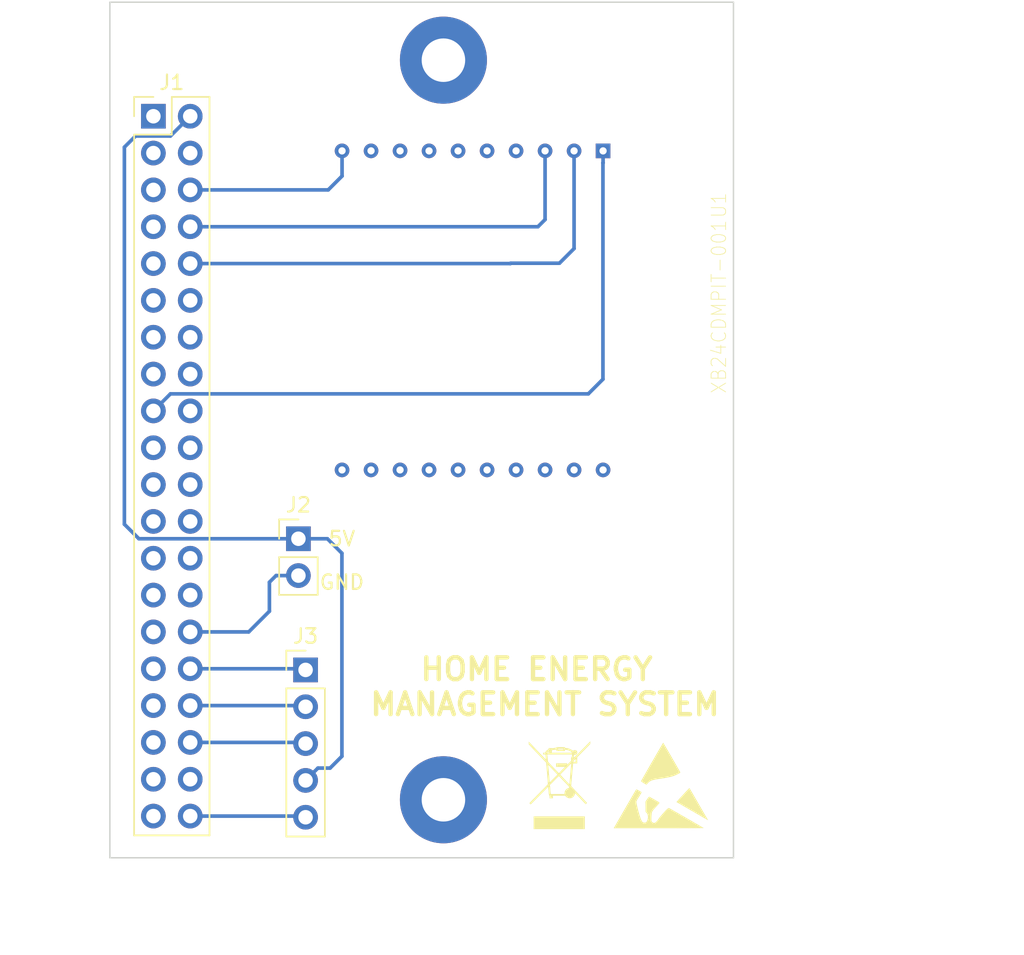
<source format=kicad_pcb>
(kicad_pcb (version 20171130) (host pcbnew "(5.0.1)-4")

  (general
    (thickness 1.6)
    (drawings 10)
    (tracks 43)
    (zones 0)
    (modules 8)
    (nets 57)
  )

  (page A4)
  (layers
    (0 F.Cu signal)
    (31 B.Cu signal)
    (32 B.Adhes user)
    (33 F.Adhes user)
    (34 B.Paste user)
    (35 F.Paste user)
    (36 B.SilkS user)
    (37 F.SilkS user)
    (38 B.Mask user)
    (39 F.Mask user)
    (40 Dwgs.User user)
    (41 Cmts.User user)
    (42 Eco1.User user)
    (43 Eco2.User user)
    (44 Edge.Cuts user)
    (45 Margin user)
    (46 B.CrtYd user)
    (47 F.CrtYd user)
    (48 B.Fab user)
    (49 F.Fab user)
  )

  (setup
    (last_trace_width 0.25)
    (trace_clearance 0.2)
    (zone_clearance 0.508)
    (zone_45_only no)
    (trace_min 0.2)
    (segment_width 0.2)
    (edge_width 0.1)
    (via_size 0.8)
    (via_drill 0.4)
    (via_min_size 0.4)
    (via_min_drill 0.3)
    (uvia_size 0.3)
    (uvia_drill 0.1)
    (uvias_allowed no)
    (uvia_min_size 0.2)
    (uvia_min_drill 0.1)
    (pcb_text_width 0.3)
    (pcb_text_size 1.5 1.5)
    (mod_edge_width 0.15)
    (mod_text_size 1 1)
    (mod_text_width 0.15)
    (pad_size 1.5 1.5)
    (pad_drill 0.6)
    (pad_to_mask_clearance 0)
    (solder_mask_min_width 0.25)
    (aux_axis_origin 0 0)
    (visible_elements 7FFFFFFF)
    (pcbplotparams
      (layerselection 0x010fc_ffffffff)
      (usegerberextensions false)
      (usegerberattributes false)
      (usegerberadvancedattributes false)
      (creategerberjobfile false)
      (excludeedgelayer true)
      (linewidth 0.100000)
      (plotframeref false)
      (viasonmask false)
      (mode 1)
      (useauxorigin false)
      (hpglpennumber 1)
      (hpglpenspeed 20)
      (hpglpendiameter 15.000000)
      (psnegative false)
      (psa4output false)
      (plotreference true)
      (plotvalue true)
      (plotinvisibletext false)
      (padsonsilk false)
      (subtractmaskfromsilk false)
      (outputformat 1)
      (mirror false)
      (drillshape 0)
      (scaleselection 1)
      (outputdirectory ""))
  )

  (net 0 "")
  (net 1 VCC)
  (net 2 5Vsupply)
  (net 3 "Net-(J1-Pad3)")
  (net 4 "Net-(J1-Pad4)")
  (net 5 "Net-(J1-Pad5)")
  (net 6 "Net-(J1-Pad7)")
  (net 7 X_DIN)
  (net 8 "Net-(J1-Pad9)")
  (net 9 X_DOUT)
  (net 10 "Net-(J1-Pad11)")
  (net 11 Therm_out)
  (net 12 "Net-(J1-Pad13)")
  (net 13 "Net-(J1-Pad14)")
  (net 14 "Net-(J1-Pad15)")
  (net 15 Therm_in_h)
  (net 16 Therm_in_c)
  (net 17 "Net-(J1-Pad19)")
  (net 18 "Net-(J1-Pad21)")
  (net 19 "Net-(J1-Pad22)")
  (net 20 "Net-(J1-Pad23)")
  (net 21 "Net-(J1-Pad24)")
  (net 22 "Net-(J1-Pad25)")
  (net 23 "Net-(J1-Pad26)")
  (net 24 "Net-(J1-Pad27)")
  (net 25 "Net-(J1-Pad28)")
  (net 26 "Net-(J1-Pad29)")
  (net 27 "Net-(J1-Pad31)")
  (net 28 "Net-(J1-Pad33)")
  (net 29 "Net-(J1-Pad35)")
  (net 30 "Net-(J1-Pad37)")
  (net 31 "Net-(J1-Pad38)")
  (net 32 GND)
  (net 33 "Net-(U1-Pad4)")
  (net 34 "Net-(U1-Pad5)")
  (net 35 "Net-(U1-Pad6)")
  (net 36 "Net-(U1-Pad7)")
  (net 37 "Net-(U1-Pad8)")
  (net 38 "Net-(U1-Pad9)")
  (net 39 "Net-(U1-Pad20)")
  (net 40 "Net-(U1-Pad19)")
  (net 41 "Net-(U1-Pad18)")
  (net 42 "Net-(U1-Pad17)")
  (net 43 "Net-(U1-Pad16)")
  (net 44 "Net-(U1-Pad15)")
  (net 45 "Net-(U1-Pad14)")
  (net 46 "Net-(U1-Pad13)")
  (net 47 "Net-(U1-Pad12)")
  (net 48 "Net-(U1-Pad11)")
  (net 49 "Net-(J1-Pad12)")
  (net 50 "Net-(J1-Pad16)")
  (net 51 "Net-(J1-Pad39)")
  (net 52 "Net-(J1-Pad18)")
  (net 53 "Net-(J1-Pad20)")
  (net 54 GND3)
  (net 55 GND2)
  (net 56 "Net-(J1-Pad1)")

  (net_class Default "This is the default net class."
    (clearance 0.2)
    (trace_width 0.25)
    (via_dia 0.8)
    (via_drill 0.4)
    (uvia_dia 0.3)
    (uvia_drill 0.1)
    (add_net 5Vsupply)
    (add_net GND)
    (add_net GND2)
    (add_net GND3)
    (add_net "Net-(J1-Pad1)")
    (add_net "Net-(J1-Pad11)")
    (add_net "Net-(J1-Pad12)")
    (add_net "Net-(J1-Pad13)")
    (add_net "Net-(J1-Pad14)")
    (add_net "Net-(J1-Pad15)")
    (add_net "Net-(J1-Pad16)")
    (add_net "Net-(J1-Pad18)")
    (add_net "Net-(J1-Pad19)")
    (add_net "Net-(J1-Pad20)")
    (add_net "Net-(J1-Pad21)")
    (add_net "Net-(J1-Pad22)")
    (add_net "Net-(J1-Pad23)")
    (add_net "Net-(J1-Pad24)")
    (add_net "Net-(J1-Pad25)")
    (add_net "Net-(J1-Pad26)")
    (add_net "Net-(J1-Pad27)")
    (add_net "Net-(J1-Pad28)")
    (add_net "Net-(J1-Pad29)")
    (add_net "Net-(J1-Pad3)")
    (add_net "Net-(J1-Pad31)")
    (add_net "Net-(J1-Pad33)")
    (add_net "Net-(J1-Pad35)")
    (add_net "Net-(J1-Pad37)")
    (add_net "Net-(J1-Pad38)")
    (add_net "Net-(J1-Pad39)")
    (add_net "Net-(J1-Pad4)")
    (add_net "Net-(J1-Pad5)")
    (add_net "Net-(J1-Pad7)")
    (add_net "Net-(J1-Pad9)")
    (add_net "Net-(U1-Pad11)")
    (add_net "Net-(U1-Pad12)")
    (add_net "Net-(U1-Pad13)")
    (add_net "Net-(U1-Pad14)")
    (add_net "Net-(U1-Pad15)")
    (add_net "Net-(U1-Pad16)")
    (add_net "Net-(U1-Pad17)")
    (add_net "Net-(U1-Pad18)")
    (add_net "Net-(U1-Pad19)")
    (add_net "Net-(U1-Pad20)")
    (add_net "Net-(U1-Pad4)")
    (add_net "Net-(U1-Pad5)")
    (add_net "Net-(U1-Pad6)")
    (add_net "Net-(U1-Pad7)")
    (add_net "Net-(U1-Pad8)")
    (add_net "Net-(U1-Pad9)")
    (add_net Therm_in_c)
    (add_net Therm_in_h)
    (add_net Therm_out)
    (add_net VCC)
    (add_net X_DIN)
    (add_net X_DOUT)
  )

  (module XB24CDMPIT-001:DIP-20 (layer F.Cu) (tedit 0) (tstamp 5C522E13)
    (at 145 69 270)
    (descr "Xbee Zb (Zigbee Pro Feature Set), 1mw, Wire Antenna, 250000")
    (path /5C50AEE8)
    (fp_text reference U1 (at 5 -34 270) (layer F.SilkS)
      (effects (font (size 1 0.9) (thickness 0.05)))
    )
    (fp_text value XB24CDMPIT-001 (at 12 -34 90) (layer F.SilkS)
      (effects (font (size 1 0.9) (thickness 0.05)))
    )
    (fp_line (start 7.593 -32.941) (end 0.002 -26.41) (layer Dwgs.User) (width 0.1))
    (fp_line (start 0.002 -26.41) (end 0.002 -0.001) (layer Dwgs.User) (width 0.1))
    (fp_line (start 0.002 -0.001) (end 24.381 -0.001) (layer Dwgs.User) (width 0.1))
    (fp_line (start 24.381 -0.001) (end 24.381 -26.411) (layer Dwgs.User) (width 0.1))
    (fp_line (start 24.381 -26.411) (end 16.791 -32.941) (layer Dwgs.User) (width 0.1))
    (fp_line (start 16.791 -32.941) (end 7.593 -32.941) (layer Dwgs.User) (width 0.1))
    (fp_text user XBee (at 6.00698 -17.22 270) (layer Edge.Cuts)
      (effects (font (size 1 1) (thickness 0.05)))
    )
    (fp_line (start 5.4 -20.8) (end 18.9 -20.8) (layer Dwgs.User) (width 0.1))
    (fp_line (start 5.4 -15.7) (end 18.9 -15.7) (layer Dwgs.User) (width 0.1))
    (pad 1 thru_hole rect (at 1.254 -26.009 270) (size 1.008 1.008) (drill 0.5) (layers *.Cu *.Mask)
      (net 1 VCC))
    (pad 2 thru_hole circle (at 1.254 -24.009 270) (size 1.008 1.008) (drill 0.5) (layers *.Cu *.Mask)
      (net 9 X_DOUT))
    (pad 3 thru_hole circle (at 1.254 -22.009 270) (size 1.008 1.008) (drill 0.5) (layers *.Cu *.Mask)
      (net 7 X_DIN))
    (pad 4 thru_hole circle (at 1.254 -20.009 270) (size 1.008 1.008) (drill 0.5) (layers *.Cu *.Mask)
      (net 33 "Net-(U1-Pad4)"))
    (pad 5 thru_hole circle (at 1.254 -18.009 270) (size 1.008 1.008) (drill 0.5) (layers *.Cu *.Mask)
      (net 34 "Net-(U1-Pad5)"))
    (pad 6 thru_hole circle (at 1.254 -16.009 270) (size 1.008 1.008) (drill 0.5) (layers *.Cu *.Mask)
      (net 35 "Net-(U1-Pad6)"))
    (pad 7 thru_hole circle (at 1.254 -14.009 270) (size 1.008 1.008) (drill 0.5) (layers *.Cu *.Mask)
      (net 36 "Net-(U1-Pad7)"))
    (pad 8 thru_hole circle (at 1.254 -12.009 270) (size 1.008 1.008) (drill 0.5) (layers *.Cu *.Mask)
      (net 37 "Net-(U1-Pad8)"))
    (pad 9 thru_hole circle (at 1.254 -10.009 270) (size 1.008 1.008) (drill 0.5) (layers *.Cu *.Mask)
      (net 38 "Net-(U1-Pad9)"))
    (pad 10 thru_hole circle (at 1.254 -8.009 270) (size 1.008 1.008) (drill 0.5) (layers *.Cu *.Mask)
      (net 32 GND))
    (pad 20 thru_hole circle (at 23.254 -26.009 270) (size 1.008 1.008) (drill 0.5) (layers *.Cu *.Mask)
      (net 39 "Net-(U1-Pad20)"))
    (pad 19 thru_hole circle (at 23.254 -24.009 270) (size 1.008 1.008) (drill 0.5) (layers *.Cu *.Mask)
      (net 40 "Net-(U1-Pad19)"))
    (pad 18 thru_hole circle (at 23.254 -22.009 270) (size 1.008 1.008) (drill 0.5) (layers *.Cu *.Mask)
      (net 41 "Net-(U1-Pad18)"))
    (pad 17 thru_hole circle (at 23.254 -20.009 270) (size 1.008 1.008) (drill 0.5) (layers *.Cu *.Mask)
      (net 42 "Net-(U1-Pad17)"))
    (pad 16 thru_hole circle (at 23.254 -18.009 270) (size 1.008 1.008) (drill 0.5) (layers *.Cu *.Mask)
      (net 43 "Net-(U1-Pad16)"))
    (pad 15 thru_hole circle (at 23.254 -16.009 270) (size 1.008 1.008) (drill 0.5) (layers *.Cu *.Mask)
      (net 44 "Net-(U1-Pad15)"))
    (pad 14 thru_hole circle (at 23.254 -14.009 270) (size 1.008 1.008) (drill 0.5) (layers *.Cu *.Mask)
      (net 45 "Net-(U1-Pad14)"))
    (pad 13 thru_hole circle (at 23.254 -12.009 270) (size 1.008 1.008) (drill 0.5) (layers *.Cu *.Mask)
      (net 46 "Net-(U1-Pad13)"))
    (pad 12 thru_hole circle (at 23.254 -10.009 270) (size 1.008 1.008) (drill 0.5) (layers *.Cu *.Mask)
      (net 47 "Net-(U1-Pad12)"))
    (pad 11 thru_hole circle (at 23.254 -8.009 270) (size 1.008 1.008) (drill 0.5) (layers *.Cu *.Mask)
      (net 48 "Net-(U1-Pad11)"))
  )

  (module Connector_PinHeader_2.54mm:PinHeader_2x20_P2.54mm_Vertical (layer F.Cu) (tedit 5C524F15) (tstamp 5C522DC3)
    (at 140 67.865001)
    (descr "Through hole straight pin header, 2x20, 2.54mm pitch, double rows")
    (tags "Through hole pin header THT 2x20 2.54mm double row")
    (path /5C4EF2A8)
    (fp_text reference J1 (at 1.27 -2.33) (layer F.SilkS)
      (effects (font (size 1 1) (thickness 0.15)))
    )
    (fp_text value Conn_02x20_Odd_Even (at -2 50.134999) (layer F.Fab)
      (effects (font (size 1 1) (thickness 0.15)))
    )
    (fp_line (start 0 -1.27) (end 3.81 -1.27) (layer F.Fab) (width 0.1))
    (fp_line (start 3.81 -1.27) (end 3.81 49.53) (layer F.Fab) (width 0.1))
    (fp_line (start 3.81 49.53) (end -1.27 49.53) (layer F.Fab) (width 0.1))
    (fp_line (start -1.27 49.53) (end -1.27 0) (layer F.Fab) (width 0.1))
    (fp_line (start -1.27 0) (end 0 -1.27) (layer F.Fab) (width 0.1))
    (fp_line (start -1.33 49.59) (end 3.87 49.59) (layer F.SilkS) (width 0.12))
    (fp_line (start -1.33 1.27) (end -1.33 49.59) (layer F.SilkS) (width 0.12))
    (fp_line (start 3.87 -1.33) (end 3.87 49.59) (layer F.SilkS) (width 0.12))
    (fp_line (start -1.33 1.27) (end 1.27 1.27) (layer F.SilkS) (width 0.12))
    (fp_line (start 1.27 1.27) (end 1.27 -1.33) (layer F.SilkS) (width 0.12))
    (fp_line (start 1.27 -1.33) (end 3.87 -1.33) (layer F.SilkS) (width 0.12))
    (fp_line (start -1.33 0) (end -1.33 -1.33) (layer F.SilkS) (width 0.12))
    (fp_line (start -1.33 -1.33) (end 0 -1.33) (layer F.SilkS) (width 0.12))
    (fp_line (start -1.8 -1.8) (end -1.8 50.05) (layer F.CrtYd) (width 0.05))
    (fp_line (start -1.8 50.05) (end 4.35 50.05) (layer F.CrtYd) (width 0.05))
    (fp_line (start 4.35 50.05) (end 4.35 -1.8) (layer F.CrtYd) (width 0.05))
    (fp_line (start 4.35 -1.8) (end -1.8 -1.8) (layer F.CrtYd) (width 0.05))
    (fp_text user %R (at 1.27 24.13 90) (layer F.Fab)
      (effects (font (size 1 1) (thickness 0.15)))
    )
    (pad 1 thru_hole rect (at 0 0) (size 1.7 1.7) (drill 1) (layers *.Cu *.Mask)
      (net 56 "Net-(J1-Pad1)"))
    (pad 2 thru_hole oval (at 2.54 0) (size 1.7 1.7) (drill 1) (layers *.Cu *.Mask)
      (net 2 5Vsupply))
    (pad 3 thru_hole oval (at 0 2.54) (size 1.7 1.7) (drill 1) (layers *.Cu *.Mask)
      (net 3 "Net-(J1-Pad3)"))
    (pad 4 thru_hole oval (at 2.54 2.54) (size 1.7 1.7) (drill 1) (layers *.Cu *.Mask)
      (net 4 "Net-(J1-Pad4)"))
    (pad 5 thru_hole oval (at 0 5.08) (size 1.7 1.7) (drill 1) (layers *.Cu *.Mask)
      (net 5 "Net-(J1-Pad5)"))
    (pad 6 thru_hole oval (at 2.54 5.08) (size 1.7 1.7) (drill 1) (layers *.Cu *.Mask)
      (net 32 GND))
    (pad 7 thru_hole oval (at 0 7.62) (size 1.7 1.7) (drill 1) (layers *.Cu *.Mask)
      (net 6 "Net-(J1-Pad7)"))
    (pad 8 thru_hole oval (at 2.54 7.62) (size 1.7 1.7) (drill 1) (layers *.Cu *.Mask)
      (net 7 X_DIN))
    (pad 9 thru_hole oval (at 0 10.16) (size 1.7 1.7) (drill 1) (layers *.Cu *.Mask)
      (net 8 "Net-(J1-Pad9)"))
    (pad 10 thru_hole oval (at 2.54 10.16) (size 1.7 1.7) (drill 1) (layers *.Cu *.Mask)
      (net 9 X_DOUT))
    (pad 11 thru_hole oval (at 0 12.7) (size 1.7 1.7) (drill 1) (layers *.Cu *.Mask)
      (net 10 "Net-(J1-Pad11)"))
    (pad 12 thru_hole oval (at 2.54 12.7) (size 1.7 1.7) (drill 1) (layers *.Cu *.Mask)
      (net 49 "Net-(J1-Pad12)"))
    (pad 13 thru_hole oval (at 0 15.24) (size 1.7 1.7) (drill 1) (layers *.Cu *.Mask)
      (net 12 "Net-(J1-Pad13)"))
    (pad 14 thru_hole oval (at 2.54 15.24) (size 1.7 1.7) (drill 1) (layers *.Cu *.Mask)
      (net 13 "Net-(J1-Pad14)"))
    (pad 15 thru_hole oval (at 0 17.78) (size 1.7 1.7) (drill 1) (layers *.Cu *.Mask)
      (net 14 "Net-(J1-Pad15)"))
    (pad 16 thru_hole oval (at 2.54 17.78) (size 1.7 1.7) (drill 1) (layers *.Cu *.Mask)
      (net 50 "Net-(J1-Pad16)"))
    (pad 17 thru_hole oval (at 0 20.32) (size 1.7 1.7) (drill 1) (layers *.Cu *.Mask)
      (net 1 VCC))
    (pad 18 thru_hole oval (at 2.54 20.32) (size 1.7 1.7) (drill 1) (layers *.Cu *.Mask)
      (net 52 "Net-(J1-Pad18)"))
    (pad 19 thru_hole oval (at 0 22.86) (size 1.7 1.7) (drill 1) (layers *.Cu *.Mask)
      (net 17 "Net-(J1-Pad19)"))
    (pad 20 thru_hole oval (at 2.54 22.86) (size 1.7 1.7) (drill 1) (layers *.Cu *.Mask)
      (net 53 "Net-(J1-Pad20)"))
    (pad 21 thru_hole oval (at 0 25.4) (size 1.7 1.7) (drill 1) (layers *.Cu *.Mask)
      (net 18 "Net-(J1-Pad21)"))
    (pad 22 thru_hole oval (at 2.54 25.4) (size 1.7 1.7) (drill 1) (layers *.Cu *.Mask)
      (net 19 "Net-(J1-Pad22)"))
    (pad 23 thru_hole oval (at 0 27.94) (size 1.7 1.7) (drill 1) (layers *.Cu *.Mask)
      (net 20 "Net-(J1-Pad23)"))
    (pad 24 thru_hole oval (at 2.54 27.94) (size 1.7 1.7) (drill 1) (layers *.Cu *.Mask)
      (net 21 "Net-(J1-Pad24)"))
    (pad 25 thru_hole oval (at 0 30.48) (size 1.7 1.7) (drill 1) (layers *.Cu *.Mask)
      (net 22 "Net-(J1-Pad25)"))
    (pad 26 thru_hole oval (at 2.54 30.48) (size 1.7 1.7) (drill 1) (layers *.Cu *.Mask)
      (net 23 "Net-(J1-Pad26)"))
    (pad 27 thru_hole oval (at 0 33.02) (size 1.7 1.7) (drill 1) (layers *.Cu *.Mask)
      (net 24 "Net-(J1-Pad27)"))
    (pad 28 thru_hole oval (at 2.54 33.02) (size 1.7 1.7) (drill 1) (layers *.Cu *.Mask)
      (net 25 "Net-(J1-Pad28)"))
    (pad 29 thru_hole oval (at 0 35.56) (size 1.7 1.7) (drill 1) (layers *.Cu *.Mask)
      (net 26 "Net-(J1-Pad29)"))
    (pad 30 thru_hole oval (at 2.54 35.56) (size 1.7 1.7) (drill 1) (layers *.Cu *.Mask)
      (net 54 GND3))
    (pad 31 thru_hole oval (at 0 38.1) (size 1.7 1.7) (drill 1) (layers *.Cu *.Mask)
      (net 27 "Net-(J1-Pad31)"))
    (pad 32 thru_hole oval (at 2.54 38.1) (size 1.7 1.7) (drill 1) (layers *.Cu *.Mask)
      (net 15 Therm_in_h))
    (pad 33 thru_hole oval (at 0 40.64) (size 1.7 1.7) (drill 1) (layers *.Cu *.Mask)
      (net 28 "Net-(J1-Pad33)"))
    (pad 34 thru_hole oval (at 2.54 40.64) (size 1.7 1.7) (drill 1) (layers *.Cu *.Mask)
      (net 55 GND2))
    (pad 35 thru_hole oval (at 0 43.18) (size 1.7 1.7) (drill 1) (layers *.Cu *.Mask)
      (net 29 "Net-(J1-Pad35)"))
    (pad 36 thru_hole oval (at 2.54 43.18) (size 1.7 1.7) (drill 1) (layers *.Cu *.Mask)
      (net 16 Therm_in_c))
    (pad 37 thru_hole oval (at 0 45.72) (size 1.7 1.7) (drill 1) (layers *.Cu *.Mask)
      (net 30 "Net-(J1-Pad37)"))
    (pad 38 thru_hole oval (at 2.54 45.72) (size 1.7 1.7) (drill 1) (layers *.Cu *.Mask)
      (net 31 "Net-(J1-Pad38)"))
    (pad 39 thru_hole oval (at 0 48.26) (size 1.7 1.7) (drill 1) (layers *.Cu *.Mask)
      (net 51 "Net-(J1-Pad39)"))
    (pad 40 thru_hole oval (at 2.54 48.26) (size 1.7 1.7) (drill 1) (layers *.Cu *.Mask)
      (net 11 Therm_out))
    (model ${KISYS3DMOD}/Connector_PinHeader_2.54mm.3dshapes/PinHeader_2x20_P2.54mm_Vertical.wrl
      (at (xyz 0 0 0))
      (scale (xyz 1 1 1))
      (rotate (xyz 0 0 0))
    )
  )

  (module Connector_PinHeader_2.54mm:PinHeader_1x02_P2.54mm_Vertical (layer F.Cu) (tedit 59FED5CC) (tstamp 5C522DD9)
    (at 150 97)
    (descr "Through hole straight pin header, 1x02, 2.54mm pitch, single row")
    (tags "Through hole pin header THT 1x02 2.54mm single row")
    (path /5C50A7E1)
    (fp_text reference J2 (at 0 -2.33) (layer F.SilkS)
      (effects (font (size 1 1) (thickness 0.15)))
    )
    (fp_text value Conn_01x02_Male (at 0 4.87) (layer F.Fab)
      (effects (font (size 1 1) (thickness 0.15)))
    )
    (fp_text user %R (at 0 1.27 -270) (layer F.Fab)
      (effects (font (size 1 1) (thickness 0.15)))
    )
    (fp_line (start 1.8 -1.8) (end -1.8 -1.8) (layer F.CrtYd) (width 0.05))
    (fp_line (start 1.8 4.35) (end 1.8 -1.8) (layer F.CrtYd) (width 0.05))
    (fp_line (start -1.8 4.35) (end 1.8 4.35) (layer F.CrtYd) (width 0.05))
    (fp_line (start -1.8 -1.8) (end -1.8 4.35) (layer F.CrtYd) (width 0.05))
    (fp_line (start -1.33 -1.33) (end 0 -1.33) (layer F.SilkS) (width 0.12))
    (fp_line (start -1.33 0) (end -1.33 -1.33) (layer F.SilkS) (width 0.12))
    (fp_line (start -1.33 1.27) (end 1.33 1.27) (layer F.SilkS) (width 0.12))
    (fp_line (start 1.33 1.27) (end 1.33 3.87) (layer F.SilkS) (width 0.12))
    (fp_line (start -1.33 1.27) (end -1.33 3.87) (layer F.SilkS) (width 0.12))
    (fp_line (start -1.33 3.87) (end 1.33 3.87) (layer F.SilkS) (width 0.12))
    (fp_line (start -1.27 -0.635) (end -0.635 -1.27) (layer F.Fab) (width 0.1))
    (fp_line (start -1.27 3.81) (end -1.27 -0.635) (layer F.Fab) (width 0.1))
    (fp_line (start 1.27 3.81) (end -1.27 3.81) (layer F.Fab) (width 0.1))
    (fp_line (start 1.27 -1.27) (end 1.27 3.81) (layer F.Fab) (width 0.1))
    (fp_line (start -0.635 -1.27) (end 1.27 -1.27) (layer F.Fab) (width 0.1))
    (pad 2 thru_hole oval (at 0 2.54) (size 1.7 1.7) (drill 1) (layers *.Cu *.Mask)
      (net 54 GND3))
    (pad 1 thru_hole rect (at 0 0) (size 1.7 1.7) (drill 1) (layers *.Cu *.Mask)
      (net 2 5Vsupply))
    (model ${KISYS3DMOD}/Connector_PinHeader_2.54mm.3dshapes/PinHeader_1x02_P2.54mm_Vertical.wrl
      (at (xyz 0 0 0))
      (scale (xyz 1 1 1))
      (rotate (xyz 0 0 0))
    )
  )

  (module Connector_PinHeader_2.54mm:PinHeader_1x05_P2.54mm_Vertical (layer F.Cu) (tedit 59FED5CC) (tstamp 5C522DF2)
    (at 150.495 106.045)
    (descr "Through hole straight pin header, 1x05, 2.54mm pitch, single row")
    (tags "Through hole pin header THT 1x05 2.54mm single row")
    (path /5C4EF7D1)
    (fp_text reference J3 (at 0 -2.33) (layer F.SilkS)
      (effects (font (size 1 1) (thickness 0.15)))
    )
    (fp_text value Conn_01x05_Male (at 0 12.49) (layer F.Fab)
      (effects (font (size 1 1) (thickness 0.15)))
    )
    (fp_line (start -0.635 -1.27) (end 1.27 -1.27) (layer F.Fab) (width 0.1))
    (fp_line (start 1.27 -1.27) (end 1.27 11.43) (layer F.Fab) (width 0.1))
    (fp_line (start 1.27 11.43) (end -1.27 11.43) (layer F.Fab) (width 0.1))
    (fp_line (start -1.27 11.43) (end -1.27 -0.635) (layer F.Fab) (width 0.1))
    (fp_line (start -1.27 -0.635) (end -0.635 -1.27) (layer F.Fab) (width 0.1))
    (fp_line (start -1.33 11.49) (end 1.33 11.49) (layer F.SilkS) (width 0.12))
    (fp_line (start -1.33 1.27) (end -1.33 11.49) (layer F.SilkS) (width 0.12))
    (fp_line (start 1.33 1.27) (end 1.33 11.49) (layer F.SilkS) (width 0.12))
    (fp_line (start -1.33 1.27) (end 1.33 1.27) (layer F.SilkS) (width 0.12))
    (fp_line (start -1.33 0) (end -1.33 -1.33) (layer F.SilkS) (width 0.12))
    (fp_line (start -1.33 -1.33) (end 0 -1.33) (layer F.SilkS) (width 0.12))
    (fp_line (start -1.8 -1.8) (end -1.8 11.95) (layer F.CrtYd) (width 0.05))
    (fp_line (start -1.8 11.95) (end 1.8 11.95) (layer F.CrtYd) (width 0.05))
    (fp_line (start 1.8 11.95) (end 1.8 -1.8) (layer F.CrtYd) (width 0.05))
    (fp_line (start 1.8 -1.8) (end -1.8 -1.8) (layer F.CrtYd) (width 0.05))
    (fp_text user %R (at 0 5.08 90) (layer F.Fab)
      (effects (font (size 1 1) (thickness 0.15)))
    )
    (pad 1 thru_hole rect (at 0 0) (size 1.7 1.7) (drill 1) (layers *.Cu *.Mask)
      (net 15 Therm_in_h))
    (pad 2 thru_hole oval (at 0 2.54) (size 1.7 1.7) (drill 1) (layers *.Cu *.Mask)
      (net 55 GND2))
    (pad 3 thru_hole oval (at 0 5.08) (size 1.7 1.7) (drill 1) (layers *.Cu *.Mask)
      (net 16 Therm_in_c))
    (pad 4 thru_hole oval (at 0 7.62) (size 1.7 1.7) (drill 1) (layers *.Cu *.Mask)
      (net 2 5Vsupply))
    (pad 5 thru_hole oval (at 0 10.16) (size 1.7 1.7) (drill 1) (layers *.Cu *.Mask)
      (net 11 Therm_out))
    (model ${KISYS3DMOD}/Connector_PinHeader_2.54mm.3dshapes/PinHeader_1x05_P2.54mm_Vertical.wrl
      (at (xyz 0 0 0))
      (scale (xyz 1 1 1))
      (rotate (xyz 0 0 0))
    )
  )

  (module MountingHole:MountingHole_3mm_Pad (layer F.Cu) (tedit 5C706576) (tstamp 5C705229)
    (at 160 115)
    (descr "Mounting Hole 3mm")
    (tags "mounting hole 3mm")
    (attr virtual)
    (fp_text reference "" (at 0 -4) (layer F.SilkS)
      (effects (font (size 1 1) (thickness 0.15)))
    )
    (fp_text value MountingHole_3mm_Pad (at 0 4) (layer F.Fab)
      (effects (font (size 1 1) (thickness 0.15)))
    )
    (fp_circle (center 0 0) (end 3.25 0) (layer F.CrtYd) (width 0.05))
    (fp_circle (center 0 0) (end 3 0) (layer Cmts.User) (width 0.15))
    (fp_text user %R (at 0.3 0) (layer F.Fab)
      (effects (font (size 1 1) (thickness 0.15)))
    )
    (pad 1 thru_hole circle (at 0 0) (size 6 6) (drill 3) (layers *.Cu *.Mask))
  )

  (module MountingHole:MountingHole_3mm_Pad (layer F.Cu) (tedit 5C7AD2E2) (tstamp 5C70545D)
    (at 160 64)
    (descr "Mounting Hole 3mm")
    (tags "mounting hole 3mm")
    (attr virtual)
    (fp_text reference REF** (at 0 -4) (layer F.SilkS) hide
      (effects (font (size 1 1) (thickness 0.15)))
    )
    (fp_text value MountingHole_3mm_Pad (at 0 4) (layer F.Fab)
      (effects (font (size 1 1) (thickness 0.15)))
    )
    (fp_circle (center 0 0) (end 3.25 0) (layer F.CrtYd) (width 0.05))
    (fp_circle (center 0 0) (end 3 0) (layer Cmts.User) (width 0.15))
    (fp_text user %R (at 0.3 0) (layer F.Fab)
      (effects (font (size 1 1) (thickness 0.15)))
    )
    (pad 1 thru_hole circle (at 0 0) (size 6 6) (drill 3) (layers *.Cu *.Mask))
  )

  (module Symbol:ESD-Logo_6.6x6mm_SilkScreen (layer F.Cu) (tedit 0) (tstamp 5C775F39)
    (at 175 114)
    (descr "Electrostatic discharge Logo")
    (tags "Logo ESD")
    (attr virtual)
    (fp_text reference REF** (at 0 0) (layer F.SilkS) hide
      (effects (font (size 1 1) (thickness 0.15)))
    )
    (fp_text value ESD-Logo_6.6x6mm_SilkScreen (at 0.75 0) (layer F.Fab) hide
      (effects (font (size 1 1) (thickness 0.15)))
    )
    (fp_poly (pts (xy 0.164043 -2.914165) (xy 0.187065 -2.876755) (xy 0.222534 -2.817486) (xy 0.268996 -2.738882)
      (xy 0.324996 -2.643462) (xy 0.389081 -2.53375) (xy 0.459796 -2.412266) (xy 0.535687 -2.281532)
      (xy 0.615299 -2.14407) (xy 0.697178 -2.002402) (xy 0.77987 -1.859049) (xy 0.861921 -1.716533)
      (xy 0.941876 -1.577376) (xy 1.018281 -1.444099) (xy 1.089682 -1.319224) (xy 1.154624 -1.205273)
      (xy 1.211653 -1.104767) (xy 1.259315 -1.020228) (xy 1.296155 -0.954178) (xy 1.32072 -0.909138)
      (xy 1.331554 -0.88763) (xy 1.331951 -0.886286) (xy 1.318501 -0.868035) (xy 1.281114 -0.840118)
      (xy 1.224235 -0.805275) (xy 1.152312 -0.766246) (xy 1.077015 -0.729157) (xy 0.97456 -0.684183)
      (xy 0.866817 -0.643774) (xy 0.750073 -0.607031) (xy 0.620618 -0.573058) (xy 0.47474 -0.540956)
      (xy 0.308726 -0.509827) (xy 0.118866 -0.478773) (xy -0.077531 -0.449855) (xy -0.248166 -0.4242)
      (xy -0.391455 -0.398802) (xy -0.510992 -0.372398) (xy -0.61037 -0.343727) (xy -0.693182 -0.311527)
      (xy -0.763022 -0.274535) (xy -0.823482 -0.231488) (xy -0.878155 -0.181125) (xy -0.895786 -0.162417)
      (xy -0.934 -0.118861) (xy -0.962268 -0.083318) (xy -0.975382 -0.062417) (xy -0.975732 -0.060703)
      (xy -0.98032 -0.050194) (xy -0.996242 -0.050076) (xy -1.026734 -0.061746) (xy -1.075032 -0.086604)
      (xy -1.144373 -0.126048) (xy -1.192561 -0.154413) (xy -1.264417 -0.198753) (xy -1.320258 -0.236721)
      (xy -1.356333 -0.265584) (xy -1.368887 -0.282612) (xy -1.368879 -0.282736) (xy -1.361094 -0.298963)
      (xy -1.339108 -0.3396) (xy -1.304197 -0.402433) (xy -1.257637 -0.485248) (xy -1.200705 -0.585828)
      (xy -1.134677 -0.70196) (xy -1.060828 -0.831429) (xy -0.980436 -0.97202) (xy -0.894776 -1.121518)
      (xy -0.805124 -1.277708) (xy -0.712757 -1.438376) (xy -0.618951 -1.601307) (xy -0.524982 -1.764287)
      (xy -0.432126 -1.9251) (xy -0.34166 -2.081532) (xy -0.254859 -2.231367) (xy -0.173 -2.372392)
      (xy -0.097359 -2.502391) (xy -0.029213 -2.619151) (xy 0.030163 -2.720455) (xy 0.079493 -2.804089)
      (xy 0.1175 -2.867838) (xy 0.142907 -2.909489) (xy 0.15444 -2.926825) (xy 0.154923 -2.927195)
      (xy 0.164043 -2.914165)) (layer F.SilkS) (width 0.01))
    (fp_poly (pts (xy 1.987528 0.234619) (xy 1.998908 0.253693) (xy 2.024488 0.297421) (xy 2.063002 0.363619)
      (xy 2.113186 0.450102) (xy 2.173775 0.554685) (xy 2.243503 0.675183) (xy 2.321107 0.809412)
      (xy 2.40532 0.955187) (xy 2.494879 1.110323) (xy 2.586998 1.27) (xy 2.681076 1.433117)
      (xy 2.771402 1.589709) (xy 2.856665 1.737506) (xy 2.935557 1.87424) (xy 3.006769 1.997642)
      (xy 3.068991 2.105444) (xy 3.120913 2.195377) (xy 3.161228 2.265173) (xy 3.188624 2.312564)
      (xy 3.201507 2.334786) (xy 3.222507 2.37233) (xy 3.233925 2.395831) (xy 3.234551 2.39992)
      (xy 3.220636 2.392242) (xy 3.181941 2.370203) (xy 3.120487 2.334971) (xy 3.038298 2.287711)
      (xy 2.937396 2.229589) (xy 2.819805 2.161771) (xy 2.687546 2.085424) (xy 2.542642 2.001714)
      (xy 2.387117 1.911806) (xy 2.222992 1.816867) (xy 2.160549 1.780732) (xy 1.993487 1.684083)
      (xy 1.834074 1.591938) (xy 1.684355 1.505475) (xy 1.546376 1.425871) (xy 1.422185 1.354305)
      (xy 1.313827 1.291955) (xy 1.223348 1.239998) (xy 1.152796 1.199613) (xy 1.104215 1.171978)
      (xy 1.079654 1.158272) (xy 1.077085 1.156974) (xy 1.084569 1.14522) (xy 1.110614 1.113795)
      (xy 1.152559 1.065594) (xy 1.207746 1.00351) (xy 1.273517 0.930439) (xy 1.347212 0.849276)
      (xy 1.426173 0.762916) (xy 1.50774 0.674253) (xy 1.589254 0.586182) (xy 1.668057 0.501599)
      (xy 1.74149 0.423397) (xy 1.806893 0.354472) (xy 1.861608 0.297719) (xy 1.902977 0.256032)
      (xy 1.917164 0.242363) (xy 1.96418 0.198201) (xy 1.987528 0.234619)) (layer F.SilkS) (width 0.01))
    (fp_poly (pts (xy -1.677906 0.291158) (xy -1.645381 0.303736) (xy -1.595807 0.328712) (xy -1.524626 0.367876)
      (xy -1.519084 0.370988) (xy -1.453526 0.408476) (xy -1.398202 0.441319) (xy -1.358545 0.466205)
      (xy -1.339988 0.47982) (xy -1.339469 0.480487) (xy -1.343952 0.49939) (xy -1.364514 0.541605)
      (xy -1.399817 0.604832) (xy -1.44852 0.686772) (xy -1.509282 0.785122) (xy -1.580764 0.897585)
      (xy -1.598555 0.925165) (xy -1.644907 1.001699) (xy -1.678658 1.067556) (xy -1.696847 1.116782)
      (xy -1.698714 1.126507) (xy -1.697885 1.169312) (xy -1.688606 1.237209) (xy -1.672032 1.325843)
      (xy -1.64932 1.430859) (xy -1.621627 1.547902) (xy -1.59011 1.672616) (xy -1.555925 1.800645)
      (xy -1.520229 1.927634) (xy -1.484179 2.049228) (xy -1.448932 2.161072) (xy -1.415644 2.25881)
      (xy -1.385472 2.338087) (xy -1.364439 2.385122) (xy -1.339663 2.435225) (xy -1.31627 2.483168)
      (xy -1.315003 2.485793) (xy -1.276301 2.53422) (xy -1.219816 2.566828) (xy -1.154061 2.582454)
      (xy -1.087549 2.579937) (xy -1.028795 2.558114) (xy -0.995742 2.529382) (xy -0.948141 2.450583)
      (xy -0.913261 2.352378) (xy -0.894123 2.244779) (xy -0.891412 2.18378) (xy -0.90233 2.069935)
      (xy -0.934376 1.97566) (xy -0.989274 1.896379) (xy -1.006393 1.878733) (xy -1.057339 1.829235)
      (xy -1.060837 1.479362) (xy -1.064336 1.129489) (xy -0.975182 0.994531) (xy -0.933346 0.933445)
      (xy -0.893055 0.878493) (xy -0.860057 0.837336) (xy -0.845874 0.822192) (xy -0.805719 0.78481)
      (xy -0.751335 0.814098) (xy -0.716961 0.835084) (xy -0.698154 0.851378) (xy -0.696951 0.854307)
      (xy -0.684097 0.866728) (xy -0.662104 0.875977) (xy -0.64085 0.884313) (xy -0.608306 0.900149)
      (xy -0.561678 0.925033) (xy -0.498171 0.960509) (xy -0.414992 1.008123) (xy -0.309347 1.069422)
      (xy -0.251938 1.102932) (xy -0.184406 1.143071) (xy -0.140115 1.171659) (xy -0.115145 1.192039)
      (xy -0.105577 1.207553) (xy -0.107492 1.221546) (xy -0.109089 1.224796) (xy -0.124624 1.245266)
      (xy -0.157864 1.283665) (xy -0.204938 1.335696) (xy -0.261972 1.397066) (xy -0.3113 1.44909)
      (xy -0.42497 1.572567) (xy -0.513895 1.679591) (xy -0.578866 1.77124) (xy -0.620679 1.848588)
      (xy -0.634783 1.887866) (xy -0.640608 1.922249) (xy -0.646625 1.980899) (xy -0.652304 2.057117)
      (xy -0.657116 2.144202) (xy -0.659381 2.199268) (xy -0.662541 2.294464) (xy -0.663931 2.364062)
      (xy -0.663142 2.413409) (xy -0.659765 2.447854) (xy -0.653392 2.472743) (xy -0.643613 2.493425)
      (xy -0.635933 2.506053) (xy -0.591579 2.554726) (xy -0.534426 2.588645) (xy -0.474292 2.603438)
      (xy -0.429227 2.598086) (xy -0.388424 2.57493) (xy -0.337276 2.533462) (xy -0.282958 2.480912)
      (xy -0.232643 2.424516) (xy -0.193506 2.371505) (xy -0.179095 2.345889) (xy -0.157509 2.310814)
      (xy -0.118247 2.257389) (xy -0.064898 2.189789) (xy -0.001048 2.11219) (xy 0.069715 2.028768)
      (xy 0.143804 1.943698) (xy 0.217632 1.861155) (xy 0.287611 1.785316) (xy 0.350155 1.720356)
      (xy 0.39926 1.672669) (xy 0.453779 1.625032) (xy 0.499642 1.589908) (xy 0.531811 1.570949)
      (xy 0.542489 1.568864) (xy 0.558853 1.577274) (xy 0.599671 1.599846) (xy 0.662586 1.635224)
      (xy 0.745244 1.682054) (xy 0.845289 1.738981) (xy 0.960366 1.804649) (xy 1.088119 1.877703)
      (xy 1.226194 1.956788) (xy 1.372234 2.040548) (xy 1.523884 2.127629) (xy 1.67879 2.216676)
      (xy 1.834595 2.306332) (xy 1.988944 2.395243) (xy 2.139482 2.482054) (xy 2.283854 2.565409)
      (xy 2.419704 2.643954) (xy 2.544677 2.716333) (xy 2.656417 2.78119) (xy 2.75257 2.837171)
      (xy 2.830779 2.88292) (xy 2.888689 2.917083) (xy 2.923946 2.938304) (xy 2.934165 2.944963)
      (xy 2.920402 2.94628) (xy 2.877104 2.947559) (xy 2.805714 2.948796) (xy 2.707673 2.949983)
      (xy 2.584422 2.951115) (xy 2.437403 2.952186) (xy 2.268057 2.953189) (xy 2.077826 2.954119)
      (xy 1.868151 2.954968) (xy 1.640473 2.955732) (xy 1.396235 2.956403) (xy 1.136877 2.956976)
      (xy 0.863841 2.957444) (xy 0.578568 2.957802) (xy 0.2825 2.958042) (xy -0.022921 2.958159)
      (xy -0.151076 2.958171) (xy -3.25103 2.958171) (xy -3.029947 2.574847) (xy -2.983144 2.49368)
      (xy -2.922898 2.389166) (xy -2.851222 2.264801) (xy -2.770131 2.124082) (xy -2.681638 1.970503)
      (xy -2.58776 1.807562) (xy -2.490509 1.638754) (xy -2.3919 1.467575) (xy -2.293947 1.297521)
      (xy -2.269175 1.254512) (xy -2.178848 1.097857) (xy -2.092711 0.948803) (xy -2.012058 0.809568)
      (xy -1.938184 0.682371) (xy -1.872383 0.569432) (xy -1.81595 0.472968) (xy -1.770179 0.3952)
      (xy -1.736365 0.338346) (xy -1.715802 0.304625) (xy -1.710047 0.29604) (xy -1.697942 0.289189)
      (xy -1.677906 0.291158)) (layer F.SilkS) (width 0.01))
  )

  (module Symbol:WEEE-Logo_4.2x6mm_SilkScreen (layer F.Cu) (tedit 0) (tstamp 5C775FC5)
    (at 168 114)
    (descr "Waste Electrical and Electronic Equipment Directive")
    (tags "Logo WEEE")
    (attr virtual)
    (fp_text reference REF** (at 0 0) (layer F.SilkS) hide
      (effects (font (size 1 1) (thickness 0.15)))
    )
    (fp_text value WEEE-Logo_4.2x6mm_SilkScreen (at 0.75 0) (layer F.Fab) hide
      (effects (font (size 1 1) (thickness 0.15)))
    )
    (fp_poly (pts (xy 2.12443 -2.935152) (xy 2.123811 -2.848069) (xy 1.672086 -2.389109) (xy 1.220361 -1.930148)
      (xy 1.220032 -1.719529) (xy 1.219703 -1.508911) (xy 0.94461 -1.508911) (xy 0.937522 -1.45547)
      (xy 0.934838 -1.431112) (xy 0.930313 -1.385241) (xy 0.924191 -1.320595) (xy 0.916712 -1.239909)
      (xy 0.908119 -1.145919) (xy 0.898654 -1.041363) (xy 0.888558 -0.928975) (xy 0.878074 -0.811493)
      (xy 0.867444 -0.691652) (xy 0.856909 -0.572189) (xy 0.846713 -0.455841) (xy 0.837095 -0.345343)
      (xy 0.8283 -0.243431) (xy 0.820568 -0.152842) (xy 0.814142 -0.076313) (xy 0.809263 -0.016579)
      (xy 0.806175 0.023624) (xy 0.805117 0.041559) (xy 0.805118 0.041644) (xy 0.812827 0.056035)
      (xy 0.835981 0.085748) (xy 0.874895 0.131131) (xy 0.929884 0.192529) (xy 1.001264 0.270288)
      (xy 1.089349 0.364754) (xy 1.194454 0.476272) (xy 1.316895 0.605188) (xy 1.35131 0.641287)
      (xy 1.897137 1.213416) (xy 1.808881 1.301436) (xy 1.737485 1.223758) (xy 1.711366 1.195686)
      (xy 1.670566 1.152274) (xy 1.617777 1.096366) (xy 1.555691 1.030808) (xy 1.487 0.958441)
      (xy 1.414396 0.882112) (xy 1.37096 0.836524) (xy 1.289416 0.751119) (xy 1.223504 0.68271)
      (xy 1.171544 0.630053) (xy 1.131855 0.591905) (xy 1.102757 0.56702) (xy 1.082569 0.554156)
      (xy 1.06961 0.552068) (xy 1.0622 0.559513) (xy 1.058658 0.575246) (xy 1.057303 0.598023)
      (xy 1.057121 0.604239) (xy 1.047703 0.647061) (xy 1.024497 0.698819) (xy 0.992136 0.751328)
      (xy 0.955252 0.796403) (xy 0.940493 0.810328) (xy 0.864767 0.859047) (xy 0.776308 0.886306)
      (xy 0.6981 0.892773) (xy 0.609468 0.880576) (xy 0.527612 0.844813) (xy 0.455164 0.786722)
      (xy 0.441797 0.772262) (xy 0.392918 0.716733) (xy -0.452674 0.716733) (xy -0.452674 0.892773)
      (xy -0.67901 0.892773) (xy -0.67901 0.810531) (xy -0.68185 0.754386) (xy -0.691393 0.715416)
      (xy -0.702991 0.694219) (xy -0.711277 0.679052) (xy -0.718373 0.657062) (xy -0.724748 0.624987)
      (xy -0.730872 0.579569) (xy -0.737216 0.517548) (xy -0.74425 0.435662) (xy -0.749066 0.374746)
      (xy -0.771161 0.089343) (xy -1.313565 0.638805) (xy -1.411637 0.738228) (xy -1.505784 0.833815)
      (xy -1.594285 0.92381) (xy -1.67542 1.006457) (xy -1.747469 1.080001) (xy -1.808712 1.142684)
      (xy -1.857427 1.192752) (xy -1.891896 1.228448) (xy -1.910379 1.247995) (xy -1.940743 1.278944)
      (xy -1.966071 1.30053) (xy -1.979695 1.307723) (xy -1.997095 1.299297) (xy -2.02246 1.278245)
      (xy -2.031058 1.269671) (xy -2.067514 1.23162) (xy -1.866802 1.027658) (xy -1.815596 0.975699)
      (xy -1.749569 0.90882) (xy -1.671618 0.82995) (xy -1.584638 0.742014) (xy -1.491526 0.647941)
      (xy -1.395179 0.550658) (xy -1.298492 0.453093) (xy -1.229134 0.383145) (xy -1.123703 0.27655)
      (xy -1.035129 0.186307) (xy -0.962281 0.111192) (xy -0.904023 0.049986) (xy -0.859225 0.001466)
      (xy -0.837021 -0.023871) (xy -0.658724 -0.023871) (xy -0.636401 0.261555) (xy -0.629669 0.345219)
      (xy -0.623157 0.421727) (xy -0.617234 0.487081) (xy -0.612268 0.537281) (xy -0.608629 0.568329)
      (xy -0.607458 0.575273) (xy -0.600838 0.603565) (xy 0.348636 0.603565) (xy 0.354974 0.524606)
      (xy 0.37411 0.431315) (xy 0.414154 0.348791) (xy 0.472582 0.280038) (xy 0.546871 0.228063)
      (xy 0.630252 0.196863) (xy 0.657302 0.182228) (xy 0.670844 0.150819) (xy 0.671128 0.149434)
      (xy 0.672753 0.136174) (xy 0.670744 0.122595) (xy 0.663142 0.106181) (xy 0.647984 0.084411)
      (xy 0.623312 0.054767) (xy 0.587164 0.014732) (xy 0.53758 -0.038215) (xy 0.472599 -0.106591)
      (xy 0.468401 -0.110995) (xy 0.398507 -0.184389) (xy 0.3242 -0.262563) (xy 0.250586 -0.340136)
      (xy 0.182771 -0.411725) (xy 0.12586 -0.471949) (xy 0.113168 -0.485413) (xy 0.064513 -0.53618)
      (xy 0.021291 -0.579625) (xy -0.013395 -0.612759) (xy -0.036444 -0.632595) (xy -0.044182 -0.636954)
      (xy -0.055722 -0.62783) (xy -0.08271 -0.6028) (xy -0.123021 -0.563948) (xy -0.174529 -0.513357)
      (xy -0.235109 -0.453112) (xy -0.302636 -0.385296) (xy -0.357826 -0.329435) (xy -0.658724 -0.023871)
      (xy -0.837021 -0.023871) (xy -0.826751 -0.035589) (xy -0.805471 -0.062401) (xy -0.794251 -0.080192)
      (xy -0.791754 -0.08843) (xy -0.7927 -0.10641) (xy -0.795573 -0.147108) (xy -0.800187 -0.208181)
      (xy -0.806358 -0.287287) (xy -0.813898 -0.382086) (xy -0.822621 -0.490233) (xy -0.832343 -0.609388)
      (xy -0.842876 -0.737209) (xy -0.851365 -0.839365) (xy -0.899396 -1.415326) (xy -0.775805 -1.415326)
      (xy -0.775273 -1.402896) (xy -0.772769 -1.36789) (xy -0.768496 -1.312785) (xy -0.762653 -1.240057)
      (xy -0.755443 -1.152186) (xy -0.747066 -1.051649) (xy -0.737723 -0.940923) (xy -0.728758 -0.835795)
      (xy -0.718602 -0.716517) (xy -0.709142 -0.60392) (xy -0.700596 -0.500695) (xy -0.693179 -0.409527)
      (xy -0.687108 -0.333105) (xy -0.682601 -0.274117) (xy -0.679873 -0.235251) (xy -0.679116 -0.220156)
      (xy -0.677935 -0.210762) (xy -0.673256 -0.207034) (xy -0.663276 -0.210529) (xy -0.64619 -0.222801)
      (xy -0.620196 -0.245406) (xy -0.58349 -0.2799) (xy -0.534267 -0.327838) (xy -0.470726 -0.390776)
      (xy -0.403305 -0.458032) (xy -0.127601 -0.733523) (xy -0.129533 -0.735594) (xy 0.05271 -0.735594)
      (xy 0.061016 -0.72422) (xy 0.084267 -0.697437) (xy 0.120135 -0.657708) (xy 0.166287 -0.607493)
      (xy 0.220394 -0.549254) (xy 0.280126 -0.485453) (xy 0.343152 -0.418551) (xy 0.407142 -0.35101)
      (xy 0.469764 -0.28529) (xy 0.52869 -0.223854) (xy 0.581588 -0.169163) (xy 0.626128 -0.123678)
      (xy 0.65998 -0.089862) (xy 0.680812 -0.070174) (xy 0.686494 -0.066163) (xy 0.688366 -0.079109)
      (xy 0.692254 -0.114866) (xy 0.697943 -0.171196) (xy 0.705219 -0.24586) (xy 0.713869 -0.33662)
      (xy 0.723678 -0.441238) (xy 0.734434 -0.557474) (xy 0.745921 -0.683092) (xy 0.755093 -0.784382)
      (xy 0.766826 -0.915721) (xy 0.777665 -1.039448) (xy 0.78743 -1.153319) (xy 0.795937 -1.255089)
      (xy 0.803005 -1.342513) (xy 0.808451 -1.413347) (xy 0.812092 -1.465347) (xy 0.813747 -1.496268)
      (xy 0.813558 -1.504297) (xy 0.803666 -1.497146) (xy 0.778476 -1.474159) (xy 0.74019 -1.437561)
      (xy 0.691011 -1.389578) (xy 0.633139 -1.332434) (xy 0.568778 -1.268353) (xy 0.500129 -1.199562)
      (xy 0.429395 -1.128284) (xy 0.358778 -1.056745) (xy 0.29048 -0.98717) (xy 0.226704 -0.921783)
      (xy 0.16965 -0.862809) (xy 0.121522 -0.812473) (xy 0.084522 -0.773001) (xy 0.060852 -0.746617)
      (xy 0.05271 -0.735594) (xy -0.129533 -0.735594) (xy -0.230409 -0.843705) (xy -0.282768 -0.899623)
      (xy -0.341535 -0.962052) (xy -0.404385 -1.028557) (xy -0.468995 -1.096702) (xy -0.533042 -1.164052)
      (xy -0.594203 -1.228172) (xy -0.650153 -1.286628) (xy -0.69857 -1.336982) (xy -0.73713 -1.376802)
      (xy -0.763509 -1.40365) (xy -0.775384 -1.415092) (xy -0.775805 -1.415326) (xy -0.899396 -1.415326)
      (xy -0.911401 -1.559274) (xy -1.511938 -2.190842) (xy -2.112475 -2.822411) (xy -2.112034 -2.910685)
      (xy -2.111592 -2.99896) (xy -2.014583 -2.895334) (xy -1.960291 -2.837537) (xy -1.896192 -2.769632)
      (xy -1.824016 -2.693428) (xy -1.745492 -2.610731) (xy -1.662349 -2.523347) (xy -1.576319 -2.433085)
      (xy -1.48913 -2.34175) (xy -1.402513 -2.251151) (xy -1.318197 -2.163093) (xy -1.237912 -2.079385)
      (xy -1.163387 -2.001833) (xy -1.096354 -1.932243) (xy -1.038541 -1.872424) (xy -0.991679 -1.824182)
      (xy -0.957496 -1.789324) (xy -0.937724 -1.769657) (xy -0.93339 -1.765884) (xy -0.933092 -1.779008)
      (xy -0.934731 -1.812611) (xy -0.938023 -1.86212) (xy -0.942682 -1.922963) (xy -0.944682 -1.947268)
      (xy -0.959577 -2.125049) (xy -0.842955 -2.125049) (xy -0.836934 -2.096757) (xy -0.833863 -2.074382)
      (xy -0.829548 -2.032283) (xy -0.824488 -1.975822) (xy -0.819181 -1.910365) (xy -0.817344 -1.886138)
      (xy -0.811927 -1.816579) (xy -0.806459 -1.751982) (xy -0.801488 -1.698452) (xy -0.797561 -1.66209)
      (xy -0.796675 -1.655491) (xy -0.793334 -1.641944) (xy -0.786101 -1.626086) (xy -0.77344 -1.606139)
      (xy -0.753811 -1.580327) (xy -0.725678 -1.546871) (xy -0.687502 -1.503993) (xy -0.637746 -1.449917)
      (xy -0.574871 -1.382864) (xy -0.497341 -1.301057) (xy -0.418251 -1.21805) (xy -0.339564 -1.135906)
      (xy -0.266112 -1.059831) (xy -0.199724 -0.991675) (xy -0.142227 -0.933288) (xy -0.095451 -0.886519)
      (xy -0.061224 -0.853218) (xy -0.041373 -0.835233) (xy -0.03714 -0.832558) (xy -0.026003 -0.842259)
      (xy 0.000029 -0.867559) (xy 0.03843 -0.905918) (xy 0.086672 -0.9548) (xy 0.14223 -1.011666)
      (xy 0.182408 -1.053094) (xy 0.392169 -1.27) (xy -0.226337 -1.27) (xy -0.226337 -1.508911)
      (xy 0.528119 -1.508911) (xy 0.528119 -1.402458) (xy 0.666435 -1.540346) (xy 0.764553 -1.63816)
      (xy 0.955643 -1.63816) (xy 0.957471 -1.62273) (xy 0.966723 -1.614133) (xy 0.98905 -1.610387)
      (xy 1.030105 -1.609511) (xy 1.037376 -1.609505) (xy 1.119109 -1.609505) (xy 1.119109 -1.828828)
      (xy 1.037376 -1.747821) (xy 0.99127 -1.698572) (xy 0.963694 -1.660841) (xy 0.955643 -1.63816)
      (xy 0.764553 -1.63816) (xy 0.804752 -1.678234) (xy 0.804752 -1.801048) (xy 0.805137 -1.85755)
      (xy 0.8069 -1.893495) (xy 0.81095 -1.91347) (xy 0.818199 -1.922063) (xy 0.82913 -1.923861)
      (xy 0.841288 -1.926502) (xy 0.850273 -1.937088) (xy 0.857174 -1.959619) (xy 0.863076 -1.998091)
      (xy 0.869065 -2.056502) (xy 0.870987 -2.077896) (xy 0.875148 -2.125049) (xy -0.842955 -2.125049)
      (xy -0.959577 -2.125049) (xy -1.119109 -2.125049) (xy -1.119109 -2.238218) (xy -1.051314 -2.238218)
      (xy -1.011662 -2.239304) (xy -0.990116 -2.244546) (xy -0.98748 -2.247666) (xy -0.848616 -2.247666)
      (xy -0.841308 -2.240538) (xy -0.815993 -2.238338) (xy -0.798908 -2.238218) (xy -0.741881 -2.238218)
      (xy -0.529221 -2.238218) (xy 0.885302 -2.238218) (xy 0.837458 -2.287214) (xy 0.76315 -2.347676)
      (xy 0.671184 -2.394309) (xy 0.560002 -2.427751) (xy 0.449529 -2.446247) (xy 0.377227 -2.454878)
      (xy 0.377227 -2.36396) (xy -0.201188 -2.36396) (xy -0.201188 -2.467107) (xy -0.286065 -2.458504)
      (xy -0.345368 -2.451244) (xy -0.408551 -2.441621) (xy -0.446386 -2.434748) (xy -0.521832 -2.419593)
      (xy -0.525526 -2.328905) (xy -0.529221 -2.238218) (xy -0.741881 -2.238218) (xy -0.741881 -2.288515)
      (xy -0.743544 -2.320024) (xy -0.747697 -2.337537) (xy -0.749371 -2.338812) (xy -0.767987 -2.330746)
      (xy -0.795183 -2.31118) (xy -0.822448 -2.287056) (xy -0.841267 -2.265318) (xy -0.842943 -2.262492)
      (xy -0.848616 -2.247666) (xy -0.98748 -2.247666) (xy -0.979662 -2.256919) (xy -0.975442 -2.270396)
      (xy -0.958219 -2.305373) (xy -0.925138 -2.347421) (xy -0.881893 -2.390644) (xy -0.834174 -2.429146)
      (xy -0.80283 -2.449199) (xy -0.767123 -2.471149) (xy -0.748819 -2.489589) (xy -0.742388 -2.511332)
      (xy -0.741894 -2.524282) (xy -0.741894 -2.527425) (xy -0.100594 -2.527425) (xy -0.100594 -2.464554)
      (xy 0.276633 -2.464554) (xy 0.276633 -2.527425) (xy -0.100594 -2.527425) (xy -0.741894 -2.527425)
      (xy -0.741881 -2.565148) (xy -0.636048 -2.565148) (xy -0.587355 -2.563971) (xy -0.549405 -2.560835)
      (xy -0.528308 -2.556329) (xy -0.526023 -2.554505) (xy -0.512641 -2.551705) (xy -0.480074 -2.552852)
      (xy -0.433916 -2.557607) (xy -0.402376 -2.561997) (xy -0.345188 -2.570622) (xy -0.292886 -2.578409)
      (xy -0.253582 -2.584153) (xy -0.242055 -2.585785) (xy -0.211937 -2.595112) (xy -0.201188 -2.609728)
      (xy -0.19792 -2.61568) (xy -0.18623 -2.620222) (xy -0.163288 -2.62353) (xy -0.126265 -2.625785)
      (xy -0.072332 -2.627166) (xy 0.00134 -2.62785) (xy 0.08802 -2.62802) (xy 0.180529 -2.627923)
      (xy 0.250906 -2.62747) (xy 0.302164 -2.62641) (xy 0.33732 -2.624497) (xy 0.359389 -2.621481)
      (xy 0.371385 -2.617115) (xy 0.376324 -2.611151) (xy 0.377227 -2.604216) (xy 0.384921 -2.582205)
      (xy 0.410121 -2.569679) (xy 0.456009 -2.565212) (xy 0.464264 -2.565148) (xy 0.541973 -2.557132)
      (xy 0.630233 -2.535064) (xy 0.721085 -2.501916) (xy 0.80657 -2.460661) (xy 0.878726 -2.414269)
      (xy 0.888072 -2.406918) (xy 0.918533 -2.383002) (xy 0.936572 -2.373424) (xy 0.949169 -2.37652)
      (xy 0.9621 -2.389296) (xy 1.000293 -2.414322) (xy 1.049998 -2.423929) (xy 1.103524 -2.418933)
      (xy 1.153178 -2.400149) (xy 1.191267 -2.368394) (xy 1.194025 -2.364703) (xy 1.222526 -2.305425)
      (xy 1.227828 -2.244066) (xy 1.210518 -2.185573) (xy 1.17118 -2.134896) (xy 1.16637 -2.130711)
      (xy 1.13844 -2.110833) (xy 1.110102 -2.102079) (xy 1.070263 -2.101447) (xy 1.060311 -2.102008)
      (xy 1.021332 -2.103438) (xy 1.001254 -2.100161) (xy 0.993985 -2.090272) (xy 0.99324 -2.081039)
      (xy 0.991716 -2.054256) (xy 0.987935 -2.013975) (xy 0.985218 -1.989876) (xy 0.981277 -1.951599)
      (xy 0.982916 -1.932004) (xy 0.992421 -1.924842) (xy 1.009351 -1.923861) (xy 1.019392 -1.927099)
      (xy 1.03559 -1.93758) (xy 1.059145 -1.956452) (xy 1.091257 -1.984865) (xy 1.133128 -2.023965)
      (xy 1.185957 -2.074903) (xy 1.250945 -2.138827) (xy 1.329291 -2.216886) (xy 1.422197 -2.310228)
      (xy 1.530863 -2.420002) (xy 1.583231 -2.473048) (xy 2.125049 -3.022233) (xy 2.12443 -2.935152)) (layer F.SilkS) (width 0.01))
    (fp_poly (pts (xy 1.747822 3.017822) (xy -1.772971 3.017822) (xy -1.772971 2.150198) (xy 1.747822 2.150198)
      (xy 1.747822 3.017822)) (layer F.SilkS) (width 0.01))
  )

  (dimension 51 (width 0.3) (layer Dwgs.User)
    (gr_text "51.000 mm" (at 189.1 89.5 90) (layer Dwgs.User)
      (effects (font (size 1.5 1.5) (thickness 0.3)))
    )
    (feature1 (pts (xy 160 64) (xy 187.586421 64)))
    (feature2 (pts (xy 160 115) (xy 187.586421 115)))
    (crossbar (pts (xy 187 115) (xy 187 64)))
    (arrow1a (pts (xy 187 64) (xy 187.586421 65.126504)))
    (arrow1b (pts (xy 187 64) (xy 186.413579 65.126504)))
    (arrow2a (pts (xy 187 115) (xy 187.586421 113.873496)))
    (arrow2b (pts (xy 187 115) (xy 186.413579 113.873496)))
  )
  (gr_text GND (at 153 100) (layer F.SilkS)
    (effects (font (size 1 1) (thickness 0.15)))
  )
  (gr_text 5V (at 153 97) (layer F.SilkS)
    (effects (font (size 1 1) (thickness 0.15)))
  )
  (gr_text "\nHOME ENERGY \nMANAGEMENT SYSTEM" (at 167 106) (layer F.SilkS)
    (effects (font (size 1.5 1.5) (thickness 0.3)))
  )
  (dimension 59 (width 0.3) (layer Dwgs.User)
    (gr_text "59.000 mm" (at 198.1 89.5 90) (layer Dwgs.User)
      (effects (font (size 1.5 1.5) (thickness 0.3)))
    )
    (feature1 (pts (xy 180 60) (xy 196.586421 60)))
    (feature2 (pts (xy 180 119) (xy 196.586421 119)))
    (crossbar (pts (xy 196 119) (xy 196 60)))
    (arrow1a (pts (xy 196 60) (xy 196.586421 61.126504)))
    (arrow1b (pts (xy 196 60) (xy 195.413579 61.126504)))
    (arrow2a (pts (xy 196 119) (xy 196.586421 117.873496)))
    (arrow2b (pts (xy 196 119) (xy 195.413579 117.873496)))
  )
  (dimension 43 (width 0.3) (layer Dwgs.User)
    (gr_text "43.000 mm" (at 158.5 127.1) (layer Dwgs.User)
      (effects (font (size 1.5 1.5) (thickness 0.3)))
    )
    (feature1 (pts (xy 137 119) (xy 137 125.586421)))
    (feature2 (pts (xy 180 119) (xy 180 125.586421)))
    (crossbar (pts (xy 180 125) (xy 137 125)))
    (arrow1a (pts (xy 137 125) (xy 138.126504 124.413579)))
    (arrow1b (pts (xy 137 125) (xy 138.126504 125.586421)))
    (arrow2a (pts (xy 180 125) (xy 178.873496 124.413579)))
    (arrow2b (pts (xy 180 125) (xy 178.873496 125.586421)))
  )
  (gr_line (start 137 119) (end 180 119) (layer Edge.Cuts) (width 0.1))
  (gr_line (start 137 60) (end 137 119) (layer Edge.Cuts) (width 0.1))
  (gr_line (start 180 60) (end 180 119) (layer Edge.Cuts) (width 0.1))
  (gr_line (start 137 60) (end 180 60) (layer Edge.Cuts) (width 0.1))

  (segment (start 141.175001 87.01) (end 169.99 87.01) (width 0.25) (layer B.Cu) (net 1))
  (segment (start 140 88.185001) (end 141.175001 87.01) (width 0.25) (layer B.Cu) (net 1))
  (segment (start 169.99 87.01) (end 171 86) (width 0.25) (layer B.Cu) (net 1))
  (segment (start 171 86) (end 171 71.083001) (width 0.25) (layer B.Cu) (net 1))
  (segment (start 171.009 71.074001) (end 171.009 70.254) (width 0.25) (layer B.Cu) (net 1))
  (segment (start 171 71.083001) (end 171.009 71.074001) (width 0.25) (layer B.Cu) (net 1))
  (segment (start 151.344999 112.815001) (end 152.184999 112.815001) (width 0.25) (layer B.Cu) (net 2))
  (segment (start 150.495 113.665) (end 151.344999 112.815001) (width 0.25) (layer B.Cu) (net 2))
  (segment (start 152.184999 112.815001) (end 153 112) (width 0.25) (layer B.Cu) (net 2))
  (segment (start 153 112) (end 153 98) (width 0.25) (layer B.Cu) (net 2))
  (segment (start 153 98) (end 152 97) (width 0.25) (layer B.Cu) (net 2))
  (segment (start 152 97) (end 150 97) (width 0.25) (layer B.Cu) (net 2))
  (segment (start 141.175001 69.23) (end 138.77 69.23) (width 0.25) (layer B.Cu) (net 2))
  (segment (start 142.54 67.865001) (end 141.175001 69.23) (width 0.25) (layer B.Cu) (net 2))
  (segment (start 138.77 69.23) (end 138 70) (width 0.25) (layer B.Cu) (net 2))
  (segment (start 138 70) (end 138 96) (width 0.25) (layer B.Cu) (net 2))
  (segment (start 139 97) (end 150 97) (width 0.25) (layer B.Cu) (net 2))
  (segment (start 138 96) (end 139 97) (width 0.25) (layer B.Cu) (net 2))
  (segment (start 142.54 75.485001) (end 166.514999 75.485001) (width 0.25) (layer B.Cu) (net 7))
  (segment (start 167.009 74.991) (end 167.009 70.254) (width 0.25) (layer B.Cu) (net 7))
  (segment (start 166.514999 75.485001) (end 167.009 74.991) (width 0.25) (layer B.Cu) (net 7))
  (segment (start 169.009 76.991) (end 169.009 70.254) (width 0.25) (layer B.Cu) (net 9))
  (segment (start 168 78) (end 169.009 76.991) (width 0.25) (layer B.Cu) (net 9))
  (segment (start 164.63641 78) (end 168 78) (width 0.25) (layer B.Cu) (net 9))
  (segment (start 142.54 78.025001) (end 164.611409 78.025001) (width 0.25) (layer B.Cu) (net 9))
  (segment (start 164.611409 78.025001) (end 164.63641 78) (width 0.25) (layer B.Cu) (net 9))
  (segment (start 150.415001 116.125001) (end 150.495 116.205) (width 0.25) (layer B.Cu) (net 11))
  (segment (start 142.54 116.125001) (end 150.415001 116.125001) (width 0.25) (layer B.Cu) (net 11))
  (segment (start 150.415001 105.965001) (end 150.495 106.045) (width 0.25) (layer B.Cu) (net 15))
  (segment (start 142.54 105.965001) (end 150.415001 105.965001) (width 0.25) (layer B.Cu) (net 15))
  (segment (start 150.415001 111.045001) (end 150.495 111.125) (width 0.25) (layer F.Cu) (net 16))
  (segment (start 150.415001 111.045001) (end 150.495 111.125) (width 0.25) (layer B.Cu) (net 16))
  (segment (start 142.54 111.045001) (end 150.415001 111.045001) (width 0.25) (layer B.Cu) (net 16))
  (segment (start 153.009 71.991) (end 153.009 70.254) (width 0.25) (layer B.Cu) (net 32))
  (segment (start 142.54 72.945001) (end 152.054999 72.945001) (width 0.25) (layer B.Cu) (net 32))
  (segment (start 152.054999 72.945001) (end 153.009 71.991) (width 0.25) (layer B.Cu) (net 32))
  (segment (start 146.574999 103.425001) (end 142.54 103.425001) (width 0.25) (layer B.Cu) (net 54))
  (segment (start 148 102) (end 146.574999 103.425001) (width 0.25) (layer B.Cu) (net 54))
  (segment (start 148 100) (end 148 102) (width 0.25) (layer B.Cu) (net 54))
  (segment (start 150 99.54) (end 148.46 99.54) (width 0.25) (layer B.Cu) (net 54))
  (segment (start 148.46 99.54) (end 148 100) (width 0.25) (layer B.Cu) (net 54))
  (segment (start 150.415001 108.505001) (end 150.495 108.585) (width 0.25) (layer B.Cu) (net 55))
  (segment (start 142.54 108.505001) (end 150.415001 108.505001) (width 0.25) (layer B.Cu) (net 55))

)

</source>
